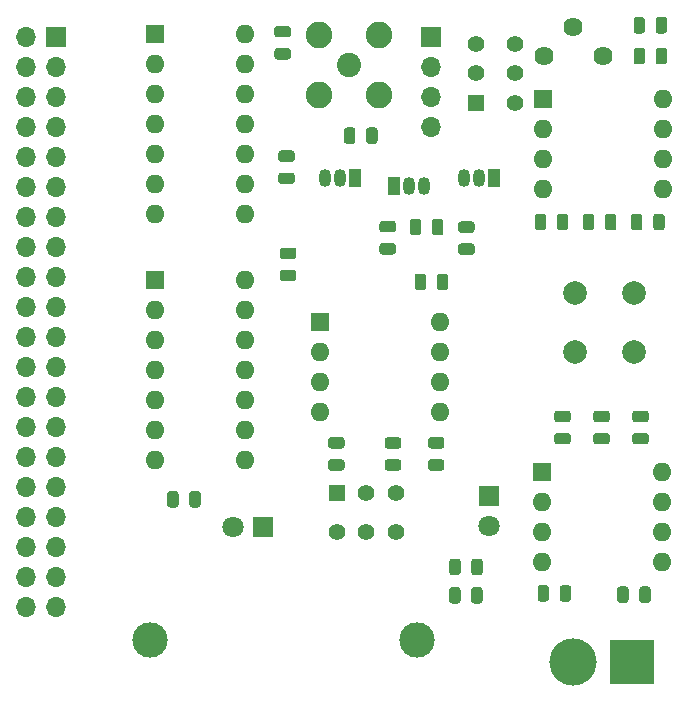
<source format=gbr>
%TF.GenerationSoftware,KiCad,Pcbnew,(5.99.0-2101-geb1ff80d5)*%
%TF.CreationDate,2020-11-29T13:35:49+01:00*%
%TF.ProjectId,CLK_stdln,434c4b5f-7374-4646-9c6e-2e6b69636164,rev?*%
%TF.SameCoordinates,Original*%
%TF.FileFunction,Soldermask,Top*%
%TF.FilePolarity,Negative*%
%FSLAX46Y46*%
G04 Gerber Fmt 4.6, Leading zero omitted, Abs format (unit mm)*
G04 Created by KiCad (PCBNEW (5.99.0-2101-geb1ff80d5)) date 2020-11-29 13:35:49*
%MOMM*%
%LPD*%
G01*
G04 APERTURE LIST*
%ADD10O,1.600000X1.600000*%
%ADD11R,1.600000X1.600000*%
%ADD12C,1.400000*%
%ADD13R,1.400000X1.400000*%
%ADD14C,2.250000*%
%ADD15C,2.050000*%
%ADD16C,2.000000*%
%ADD17C,1.620000*%
%ADD18R,1.050000X1.500000*%
%ADD19O,1.050000X1.500000*%
%ADD20O,1.700000X1.700000*%
%ADD21R,1.700000X1.700000*%
%ADD22C,4.000000*%
%ADD23R,3.800000X3.800000*%
%ADD24C,3.000000*%
%ADD25C,1.800000*%
%ADD26R,1.800000X1.800000*%
G04 APERTURE END LIST*
%TO.C,R287*%
G36*
G01*
X187900000Y-139893750D02*
X187900000Y-140806250D01*
G75*
G02*
X187656250Y-141050000I-243750J0D01*
G01*
X187168750Y-141050000D01*
G75*
G02*
X186925000Y-140806250I0J243750D01*
G01*
X186925000Y-139893750D01*
G75*
G02*
X187168750Y-139650000I243750J0D01*
G01*
X187656250Y-139650000D01*
G75*
G02*
X187900000Y-139893750I0J-243750D01*
G01*
G37*
G36*
G01*
X189775000Y-139893750D02*
X189775000Y-140806250D01*
G75*
G02*
X189531250Y-141050000I-243750J0D01*
G01*
X189043750Y-141050000D01*
G75*
G02*
X188800000Y-140806250I0J243750D01*
G01*
X188800000Y-139893750D01*
G75*
G02*
X189043750Y-139650000I243750J0D01*
G01*
X189531250Y-139650000D01*
G75*
G02*
X189775000Y-139893750I0J-243750D01*
G01*
G37*
%TD*%
%TO.C,R12*%
G36*
G01*
X188846250Y-112060000D02*
X187933750Y-112060000D01*
G75*
G02*
X187690000Y-111816250I0J243750D01*
G01*
X187690000Y-111328750D01*
G75*
G02*
X187933750Y-111085000I243750J0D01*
G01*
X188846250Y-111085000D01*
G75*
G02*
X189090000Y-111328750I0J-243750D01*
G01*
X189090000Y-111816250D01*
G75*
G02*
X188846250Y-112060000I-243750J0D01*
G01*
G37*
G36*
G01*
X188846250Y-113935000D02*
X187933750Y-113935000D01*
G75*
G02*
X187690000Y-113691250I0J243750D01*
G01*
X187690000Y-113203750D01*
G75*
G02*
X187933750Y-112960000I243750J0D01*
G01*
X188846250Y-112960000D01*
G75*
G02*
X189090000Y-113203750I0J-243750D01*
G01*
X189090000Y-113691250D01*
G75*
G02*
X188846250Y-113935000I-243750J0D01*
G01*
G37*
%TD*%
%TO.C,R11*%
G36*
G01*
X185472000Y-112032250D02*
X185472000Y-111119750D01*
G75*
G02*
X185715750Y-110876000I243750J0D01*
G01*
X186203250Y-110876000D01*
G75*
G02*
X186447000Y-111119750I0J-243750D01*
G01*
X186447000Y-112032250D01*
G75*
G02*
X186203250Y-112276000I-243750J0D01*
G01*
X185715750Y-112276000D01*
G75*
G02*
X185472000Y-112032250I0J243750D01*
G01*
G37*
G36*
G01*
X183597000Y-112032250D02*
X183597000Y-111119750D01*
G75*
G02*
X183840750Y-110876000I243750J0D01*
G01*
X184328250Y-110876000D01*
G75*
G02*
X184572000Y-111119750I0J-243750D01*
G01*
X184572000Y-112032250D01*
G75*
G02*
X184328250Y-112276000I-243750J0D01*
G01*
X183840750Y-112276000D01*
G75*
G02*
X183597000Y-112032250I0J243750D01*
G01*
G37*
%TD*%
%TO.C,R10*%
G36*
G01*
X182182250Y-112026000D02*
X181269750Y-112026000D01*
G75*
G02*
X181026000Y-111782250I0J243750D01*
G01*
X181026000Y-111294750D01*
G75*
G02*
X181269750Y-111051000I243750J0D01*
G01*
X182182250Y-111051000D01*
G75*
G02*
X182426000Y-111294750I0J-243750D01*
G01*
X182426000Y-111782250D01*
G75*
G02*
X182182250Y-112026000I-243750J0D01*
G01*
G37*
G36*
G01*
X182182250Y-113901000D02*
X181269750Y-113901000D01*
G75*
G02*
X181026000Y-113657250I0J243750D01*
G01*
X181026000Y-113169750D01*
G75*
G02*
X181269750Y-112926000I243750J0D01*
G01*
X182182250Y-112926000D01*
G75*
G02*
X182426000Y-113169750I0J-243750D01*
G01*
X182426000Y-113657250D01*
G75*
G02*
X182182250Y-113901000I-243750J0D01*
G01*
G37*
%TD*%
%TO.C,R9*%
G36*
G01*
X178990000Y-103383750D02*
X178990000Y-104296250D01*
G75*
G02*
X178746250Y-104540000I-243750J0D01*
G01*
X178258750Y-104540000D01*
G75*
G02*
X178015000Y-104296250I0J243750D01*
G01*
X178015000Y-103383750D01*
G75*
G02*
X178258750Y-103140000I243750J0D01*
G01*
X178746250Y-103140000D01*
G75*
G02*
X178990000Y-103383750I0J-243750D01*
G01*
G37*
G36*
G01*
X180865000Y-103383750D02*
X180865000Y-104296250D01*
G75*
G02*
X180621250Y-104540000I-243750J0D01*
G01*
X180133750Y-104540000D01*
G75*
G02*
X179890000Y-104296250I0J243750D01*
G01*
X179890000Y-103383750D01*
G75*
G02*
X180133750Y-103140000I243750J0D01*
G01*
X180621250Y-103140000D01*
G75*
G02*
X180865000Y-103383750I0J-243750D01*
G01*
G37*
%TD*%
%TO.C,R8*%
G36*
G01*
X182628750Y-130330000D02*
X181716250Y-130330000D01*
G75*
G02*
X181472500Y-130086250I0J243750D01*
G01*
X181472500Y-129598750D01*
G75*
G02*
X181716250Y-129355000I243750J0D01*
G01*
X182628750Y-129355000D01*
G75*
G02*
X182872500Y-129598750I0J-243750D01*
G01*
X182872500Y-130086250D01*
G75*
G02*
X182628750Y-130330000I-243750J0D01*
G01*
G37*
G36*
G01*
X182628750Y-132205000D02*
X181716250Y-132205000D01*
G75*
G02*
X181472500Y-131961250I0J243750D01*
G01*
X181472500Y-131473750D01*
G75*
G02*
X181716250Y-131230000I243750J0D01*
G01*
X182628750Y-131230000D01*
G75*
G02*
X182872500Y-131473750I0J-243750D01*
G01*
X182872500Y-131961250D01*
G75*
G02*
X182628750Y-132205000I-243750J0D01*
G01*
G37*
%TD*%
%TO.C,R7*%
G36*
G01*
X173616250Y-106056000D02*
X172703750Y-106056000D01*
G75*
G02*
X172460000Y-105812250I0J243750D01*
G01*
X172460000Y-105324750D01*
G75*
G02*
X172703750Y-105081000I243750J0D01*
G01*
X173616250Y-105081000D01*
G75*
G02*
X173860000Y-105324750I0J-243750D01*
G01*
X173860000Y-105812250D01*
G75*
G02*
X173616250Y-106056000I-243750J0D01*
G01*
G37*
G36*
G01*
X173616250Y-107931000D02*
X172703750Y-107931000D01*
G75*
G02*
X172460000Y-107687250I0J243750D01*
G01*
X172460000Y-107199750D01*
G75*
G02*
X172703750Y-106956000I243750J0D01*
G01*
X173616250Y-106956000D01*
G75*
G02*
X173860000Y-107199750I0J-243750D01*
G01*
X173860000Y-107687250D01*
G75*
G02*
X173616250Y-107931000I-243750J0D01*
G01*
G37*
%TD*%
%TO.C,R6*%
G36*
G01*
X177838750Y-130330000D02*
X176926250Y-130330000D01*
G75*
G02*
X176682500Y-130086250I0J243750D01*
G01*
X176682500Y-129598750D01*
G75*
G02*
X176926250Y-129355000I243750J0D01*
G01*
X177838750Y-129355000D01*
G75*
G02*
X178082500Y-129598750I0J-243750D01*
G01*
X178082500Y-130086250D01*
G75*
G02*
X177838750Y-130330000I-243750J0D01*
G01*
G37*
G36*
G01*
X177838750Y-132205000D02*
X176926250Y-132205000D01*
G75*
G02*
X176682500Y-131961250I0J243750D01*
G01*
X176682500Y-131473750D01*
G75*
G02*
X176926250Y-131230000I243750J0D01*
G01*
X177838750Y-131230000D01*
G75*
G02*
X178082500Y-131473750I0J-243750D01*
G01*
X178082500Y-131961250D01*
G75*
G02*
X177838750Y-132205000I-243750J0D01*
G01*
G37*
%TD*%
%TO.C,R5*%
G36*
G01*
X164920000Y-135076250D02*
X164920000Y-134163750D01*
G75*
G02*
X165163750Y-133920000I243750J0D01*
G01*
X165651250Y-133920000D01*
G75*
G02*
X165895000Y-134163750I0J-243750D01*
G01*
X165895000Y-135076250D01*
G75*
G02*
X165651250Y-135320000I-243750J0D01*
G01*
X165163750Y-135320000D01*
G75*
G02*
X164920000Y-135076250I0J243750D01*
G01*
G37*
G36*
G01*
X163045000Y-135076250D02*
X163045000Y-134163750D01*
G75*
G02*
X163288750Y-133920000I243750J0D01*
G01*
X163776250Y-133920000D01*
G75*
G02*
X164020000Y-134163750I0J-243750D01*
G01*
X164020000Y-135076250D01*
G75*
G02*
X163776250Y-135320000I-243750J0D01*
G01*
X163288750Y-135320000D01*
G75*
G02*
X163045000Y-135076250I0J243750D01*
G01*
G37*
%TD*%
%TO.C,R4*%
G36*
G01*
X199365750Y-128999000D02*
X200278250Y-128999000D01*
G75*
G02*
X200522000Y-129242750I0J-243750D01*
G01*
X200522000Y-129730250D01*
G75*
G02*
X200278250Y-129974000I-243750J0D01*
G01*
X199365750Y-129974000D01*
G75*
G02*
X199122000Y-129730250I0J243750D01*
G01*
X199122000Y-129242750D01*
G75*
G02*
X199365750Y-128999000I243750J0D01*
G01*
G37*
G36*
G01*
X199365750Y-127124000D02*
X200278250Y-127124000D01*
G75*
G02*
X200522000Y-127367750I0J-243750D01*
G01*
X200522000Y-127855250D01*
G75*
G02*
X200278250Y-128099000I-243750J0D01*
G01*
X199365750Y-128099000D01*
G75*
G02*
X199122000Y-127855250I0J243750D01*
G01*
X199122000Y-127367750D01*
G75*
G02*
X199365750Y-127124000I243750J0D01*
G01*
G37*
%TD*%
%TO.C,R3*%
G36*
G01*
X196065750Y-128999000D02*
X196978250Y-128999000D01*
G75*
G02*
X197222000Y-129242750I0J-243750D01*
G01*
X197222000Y-129730250D01*
G75*
G02*
X196978250Y-129974000I-243750J0D01*
G01*
X196065750Y-129974000D01*
G75*
G02*
X195822000Y-129730250I0J243750D01*
G01*
X195822000Y-129242750D01*
G75*
G02*
X196065750Y-128999000I243750J0D01*
G01*
G37*
G36*
G01*
X196065750Y-127124000D02*
X196978250Y-127124000D01*
G75*
G02*
X197222000Y-127367750I0J-243750D01*
G01*
X197222000Y-127855250D01*
G75*
G02*
X196978250Y-128099000I-243750J0D01*
G01*
X196065750Y-128099000D01*
G75*
G02*
X195822000Y-127855250I0J243750D01*
G01*
X195822000Y-127367750D01*
G75*
G02*
X196065750Y-127124000I243750J0D01*
G01*
G37*
%TD*%
%TO.C,R2*%
G36*
G01*
X200117500Y-111606250D02*
X200117500Y-110693750D01*
G75*
G02*
X200361250Y-110450000I243750J0D01*
G01*
X200848750Y-110450000D01*
G75*
G02*
X201092500Y-110693750I0J-243750D01*
G01*
X201092500Y-111606250D01*
G75*
G02*
X200848750Y-111850000I-243750J0D01*
G01*
X200361250Y-111850000D01*
G75*
G02*
X200117500Y-111606250I0J243750D01*
G01*
G37*
G36*
G01*
X198242500Y-111606250D02*
X198242500Y-110693750D01*
G75*
G02*
X198486250Y-110450000I243750J0D01*
G01*
X198973750Y-110450000D01*
G75*
G02*
X199217500Y-110693750I0J-243750D01*
G01*
X199217500Y-111606250D01*
G75*
G02*
X198973750Y-111850000I-243750J0D01*
G01*
X198486250Y-111850000D01*
G75*
G02*
X198242500Y-111606250I0J243750D01*
G01*
G37*
%TD*%
%TO.C,R1*%
G36*
G01*
X204412000Y-94944250D02*
X204412000Y-94031750D01*
G75*
G02*
X204655750Y-93788000I243750J0D01*
G01*
X205143250Y-93788000D01*
G75*
G02*
X205387000Y-94031750I0J-243750D01*
G01*
X205387000Y-94944250D01*
G75*
G02*
X205143250Y-95188000I-243750J0D01*
G01*
X204655750Y-95188000D01*
G75*
G02*
X204412000Y-94944250I0J243750D01*
G01*
G37*
G36*
G01*
X202537000Y-94944250D02*
X202537000Y-94031750D01*
G75*
G02*
X202780750Y-93788000I243750J0D01*
G01*
X203268250Y-93788000D01*
G75*
G02*
X203512000Y-94031750I0J-243750D01*
G01*
X203512000Y-94944250D01*
G75*
G02*
X203268250Y-95188000I-243750J0D01*
G01*
X202780750Y-95188000D01*
G75*
G02*
X202537000Y-94944250I0J243750D01*
G01*
G37*
%TD*%
%TO.C,C17*%
G36*
G01*
X188790000Y-143206250D02*
X188790000Y-142293750D01*
G75*
G02*
X189033750Y-142050000I243750J0D01*
G01*
X189521250Y-142050000D01*
G75*
G02*
X189765000Y-142293750I0J-243750D01*
G01*
X189765000Y-143206250D01*
G75*
G02*
X189521250Y-143450000I-243750J0D01*
G01*
X189033750Y-143450000D01*
G75*
G02*
X188790000Y-143206250I0J243750D01*
G01*
G37*
G36*
G01*
X186915000Y-143206250D02*
X186915000Y-142293750D01*
G75*
G02*
X187158750Y-142050000I243750J0D01*
G01*
X187646250Y-142050000D01*
G75*
G02*
X187890000Y-142293750I0J-243750D01*
G01*
X187890000Y-143206250D01*
G75*
G02*
X187646250Y-143450000I-243750J0D01*
G01*
X187158750Y-143450000D01*
G75*
G02*
X186915000Y-143206250I0J243750D01*
G01*
G37*
%TD*%
%TO.C,C10*%
G36*
G01*
X184972500Y-115763750D02*
X184972500Y-116676250D01*
G75*
G02*
X184728750Y-116920000I-243750J0D01*
G01*
X184241250Y-116920000D01*
G75*
G02*
X183997500Y-116676250I0J243750D01*
G01*
X183997500Y-115763750D01*
G75*
G02*
X184241250Y-115520000I243750J0D01*
G01*
X184728750Y-115520000D01*
G75*
G02*
X184972500Y-115763750I0J-243750D01*
G01*
G37*
G36*
G01*
X186847500Y-115763750D02*
X186847500Y-116676250D01*
G75*
G02*
X186603750Y-116920000I-243750J0D01*
G01*
X186116250Y-116920000D01*
G75*
G02*
X185872500Y-116676250I0J243750D01*
G01*
X185872500Y-115763750D01*
G75*
G02*
X186116250Y-115520000I243750J0D01*
G01*
X186603750Y-115520000D01*
G75*
G02*
X186847500Y-115763750I0J-243750D01*
G01*
G37*
%TD*%
%TO.C,C9*%
G36*
G01*
X185376250Y-131230000D02*
X186288750Y-131230000D01*
G75*
G02*
X186532500Y-131473750I0J-243750D01*
G01*
X186532500Y-131961250D01*
G75*
G02*
X186288750Y-132205000I-243750J0D01*
G01*
X185376250Y-132205000D01*
G75*
G02*
X185132500Y-131961250I0J243750D01*
G01*
X185132500Y-131473750D01*
G75*
G02*
X185376250Y-131230000I243750J0D01*
G01*
G37*
G36*
G01*
X185376250Y-129355000D02*
X186288750Y-129355000D01*
G75*
G02*
X186532500Y-129598750I0J-243750D01*
G01*
X186532500Y-130086250D01*
G75*
G02*
X186288750Y-130330000I-243750J0D01*
G01*
X185376250Y-130330000D01*
G75*
G02*
X185132500Y-130086250I0J243750D01*
G01*
X185132500Y-129598750D01*
G75*
G02*
X185376250Y-129355000I243750J0D01*
G01*
G37*
%TD*%
%TO.C,C8*%
G36*
G01*
X203295000Y-110693750D02*
X203295000Y-111606250D01*
G75*
G02*
X203051250Y-111850000I-243750J0D01*
G01*
X202563750Y-111850000D01*
G75*
G02*
X202320000Y-111606250I0J243750D01*
G01*
X202320000Y-110693750D01*
G75*
G02*
X202563750Y-110450000I243750J0D01*
G01*
X203051250Y-110450000D01*
G75*
G02*
X203295000Y-110693750I0J-243750D01*
G01*
G37*
G36*
G01*
X205170000Y-110693750D02*
X205170000Y-111606250D01*
G75*
G02*
X204926250Y-111850000I-243750J0D01*
G01*
X204438750Y-111850000D01*
G75*
G02*
X204195000Y-111606250I0J243750D01*
G01*
X204195000Y-110693750D01*
G75*
G02*
X204438750Y-110450000I243750J0D01*
G01*
X204926250Y-110450000D01*
G75*
G02*
X205170000Y-110693750I0J-243750D01*
G01*
G37*
%TD*%
%TO.C,C7*%
G36*
G01*
X203578250Y-128099000D02*
X202665750Y-128099000D01*
G75*
G02*
X202422000Y-127855250I0J243750D01*
G01*
X202422000Y-127367750D01*
G75*
G02*
X202665750Y-127124000I243750J0D01*
G01*
X203578250Y-127124000D01*
G75*
G02*
X203822000Y-127367750I0J-243750D01*
G01*
X203822000Y-127855250D01*
G75*
G02*
X203578250Y-128099000I-243750J0D01*
G01*
G37*
G36*
G01*
X203578250Y-129974000D02*
X202665750Y-129974000D01*
G75*
G02*
X202422000Y-129730250I0J243750D01*
G01*
X202422000Y-129242750D01*
G75*
G02*
X202665750Y-128999000I243750J0D01*
G01*
X203578250Y-128999000D01*
G75*
G02*
X203822000Y-129242750I0J-243750D01*
G01*
X203822000Y-129730250D01*
G75*
G02*
X203578250Y-129974000I-243750J0D01*
G01*
G37*
%TD*%
%TO.C,C6*%
G36*
G01*
X204412000Y-97554250D02*
X204412000Y-96641750D01*
G75*
G02*
X204655750Y-96398000I243750J0D01*
G01*
X205143250Y-96398000D01*
G75*
G02*
X205387000Y-96641750I0J-243750D01*
G01*
X205387000Y-97554250D01*
G75*
G02*
X205143250Y-97798000I-243750J0D01*
G01*
X204655750Y-97798000D01*
G75*
G02*
X204412000Y-97554250I0J243750D01*
G01*
G37*
G36*
G01*
X202537000Y-97554250D02*
X202537000Y-96641750D01*
G75*
G02*
X202780750Y-96398000I243750J0D01*
G01*
X203268250Y-96398000D01*
G75*
G02*
X203512000Y-96641750I0J-243750D01*
G01*
X203512000Y-97554250D01*
G75*
G02*
X203268250Y-97798000I-243750J0D01*
G01*
X202780750Y-97798000D01*
G75*
G02*
X202537000Y-97554250I0J243750D01*
G01*
G37*
%TD*%
%TO.C,C5*%
G36*
G01*
X173286250Y-95520000D02*
X172373750Y-95520000D01*
G75*
G02*
X172130000Y-95276250I0J243750D01*
G01*
X172130000Y-94788750D01*
G75*
G02*
X172373750Y-94545000I243750J0D01*
G01*
X173286250Y-94545000D01*
G75*
G02*
X173530000Y-94788750I0J-243750D01*
G01*
X173530000Y-95276250D01*
G75*
G02*
X173286250Y-95520000I-243750J0D01*
G01*
G37*
G36*
G01*
X173286250Y-97395000D02*
X172373750Y-97395000D01*
G75*
G02*
X172130000Y-97151250I0J243750D01*
G01*
X172130000Y-96663750D01*
G75*
G02*
X172373750Y-96420000I243750J0D01*
G01*
X173286250Y-96420000D01*
G75*
G02*
X173530000Y-96663750I0J-243750D01*
G01*
X173530000Y-97151250D01*
G75*
G02*
X173286250Y-97395000I-243750J0D01*
G01*
G37*
%TD*%
%TO.C,C4*%
G36*
G01*
X172843750Y-115190000D02*
X173756250Y-115190000D01*
G75*
G02*
X174000000Y-115433750I0J-243750D01*
G01*
X174000000Y-115921250D01*
G75*
G02*
X173756250Y-116165000I-243750J0D01*
G01*
X172843750Y-116165000D01*
G75*
G02*
X172600000Y-115921250I0J243750D01*
G01*
X172600000Y-115433750D01*
G75*
G02*
X172843750Y-115190000I243750J0D01*
G01*
G37*
G36*
G01*
X172843750Y-113315000D02*
X173756250Y-113315000D01*
G75*
G02*
X174000000Y-113558750I0J-243750D01*
G01*
X174000000Y-114046250D01*
G75*
G02*
X173756250Y-114290000I-243750J0D01*
G01*
X172843750Y-114290000D01*
G75*
G02*
X172600000Y-114046250I0J243750D01*
G01*
X172600000Y-113558750D01*
G75*
G02*
X172843750Y-113315000I243750J0D01*
G01*
G37*
%TD*%
%TO.C,C3*%
G36*
G01*
X202117000Y-142247750D02*
X202117000Y-143160250D01*
G75*
G02*
X201873250Y-143404000I-243750J0D01*
G01*
X201385750Y-143404000D01*
G75*
G02*
X201142000Y-143160250I0J243750D01*
G01*
X201142000Y-142247750D01*
G75*
G02*
X201385750Y-142004000I243750J0D01*
G01*
X201873250Y-142004000D01*
G75*
G02*
X202117000Y-142247750I0J-243750D01*
G01*
G37*
G36*
G01*
X203992000Y-142247750D02*
X203992000Y-143160250D01*
G75*
G02*
X203748250Y-143404000I-243750J0D01*
G01*
X203260750Y-143404000D01*
G75*
G02*
X203017000Y-143160250I0J243750D01*
G01*
X203017000Y-142247750D01*
G75*
G02*
X203260750Y-142004000I243750J0D01*
G01*
X203748250Y-142004000D01*
G75*
G02*
X203992000Y-142247750I0J-243750D01*
G01*
G37*
%TD*%
%TO.C,C2*%
G36*
G01*
X196287000Y-143040250D02*
X196287000Y-142127750D01*
G75*
G02*
X196530750Y-141884000I243750J0D01*
G01*
X197018250Y-141884000D01*
G75*
G02*
X197262000Y-142127750I0J-243750D01*
G01*
X197262000Y-143040250D01*
G75*
G02*
X197018250Y-143284000I-243750J0D01*
G01*
X196530750Y-143284000D01*
G75*
G02*
X196287000Y-143040250I0J243750D01*
G01*
G37*
G36*
G01*
X194412000Y-143040250D02*
X194412000Y-142127750D01*
G75*
G02*
X194655750Y-141884000I243750J0D01*
G01*
X195143250Y-141884000D01*
G75*
G02*
X195387000Y-142127750I0J-243750D01*
G01*
X195387000Y-143040250D01*
G75*
G02*
X195143250Y-143284000I-243750J0D01*
G01*
X194655750Y-143284000D01*
G75*
G02*
X194412000Y-143040250I0J243750D01*
G01*
G37*
%TD*%
%TO.C,C1*%
G36*
G01*
X195140000Y-110693750D02*
X195140000Y-111606250D01*
G75*
G02*
X194896250Y-111850000I-243750J0D01*
G01*
X194408750Y-111850000D01*
G75*
G02*
X194165000Y-111606250I0J243750D01*
G01*
X194165000Y-110693750D01*
G75*
G02*
X194408750Y-110450000I243750J0D01*
G01*
X194896250Y-110450000D01*
G75*
G02*
X195140000Y-110693750I0J-243750D01*
G01*
G37*
G36*
G01*
X197015000Y-110693750D02*
X197015000Y-111606250D01*
G75*
G02*
X196771250Y-111850000I-243750J0D01*
G01*
X196283750Y-111850000D01*
G75*
G02*
X196040000Y-111606250I0J243750D01*
G01*
X196040000Y-110693750D01*
G75*
G02*
X196283750Y-110450000I243750J0D01*
G01*
X196771250Y-110450000D01*
G75*
G02*
X197015000Y-110693750I0J-243750D01*
G01*
G37*
%TD*%
D10*
%TO.C,U3*%
X205060000Y-100700000D03*
X194900000Y-108320000D03*
X205060000Y-103240000D03*
X194900000Y-105780000D03*
X205060000Y-105780000D03*
X194900000Y-103240000D03*
X205060000Y-108320000D03*
D11*
X194900000Y-100700000D03*
%TD*%
D12*
%TO.C,SW2*%
X182412500Y-137430000D03*
X179912500Y-137430000D03*
X177412500Y-137430000D03*
X182412500Y-134130000D03*
X179912500Y-134130000D03*
D13*
X177412500Y-134130000D03*
%TD*%
D14*
%TO.C,J2*%
X175884000Y-100368000D03*
X175884000Y-95288000D03*
X180964000Y-95288000D03*
X180964000Y-100368000D03*
D15*
X178424000Y-97828000D03*
%TD*%
D10*
%TO.C,U1*%
X169640000Y-116090000D03*
X162020000Y-131330000D03*
X169640000Y-118630000D03*
X162020000Y-128790000D03*
X169640000Y-121170000D03*
X162020000Y-126250000D03*
X169640000Y-123710000D03*
X162020000Y-123710000D03*
X169640000Y-126250000D03*
X162020000Y-121170000D03*
X169640000Y-128790000D03*
X162020000Y-118630000D03*
X169640000Y-131330000D03*
D11*
X162020000Y-116090000D03*
%TD*%
D10*
%TO.C,U2*%
X169640000Y-95258000D03*
X162020000Y-110498000D03*
X169640000Y-97798000D03*
X162020000Y-107958000D03*
X169640000Y-100338000D03*
X162020000Y-105418000D03*
X169640000Y-102878000D03*
X162020000Y-102878000D03*
X169640000Y-105418000D03*
X162020000Y-100338000D03*
X169640000Y-107958000D03*
X162020000Y-97798000D03*
X169640000Y-110498000D03*
D11*
X162020000Y-95258000D03*
%TD*%
D10*
%TO.C,U4*%
X204952000Y-132324000D03*
X194792000Y-139944000D03*
X204952000Y-134864000D03*
X194792000Y-137404000D03*
X204952000Y-137404000D03*
X194792000Y-134864000D03*
X204952000Y-139944000D03*
D11*
X194792000Y-132324000D03*
%TD*%
D10*
%TO.C,U5*%
X186142500Y-119630000D03*
X175982500Y-127250000D03*
X186142500Y-122170000D03*
X175982500Y-124710000D03*
X186142500Y-124710000D03*
X175982500Y-122170000D03*
X186142500Y-127250000D03*
D11*
X175982500Y-119630000D03*
%TD*%
D12*
%TO.C,SW3*%
X192510000Y-96060000D03*
X192510000Y-98560000D03*
X192510000Y-101060000D03*
X189210000Y-96060000D03*
X189210000Y-98560000D03*
D13*
X189210000Y-101060000D03*
%TD*%
D16*
%TO.C,SW1*%
X202612000Y-117174000D03*
X197612000Y-117174000D03*
X197612000Y-122174000D03*
X202612000Y-122174000D03*
%TD*%
D17*
%TO.C,RV1*%
X194950000Y-97130000D03*
X197450000Y-94630000D03*
X199950000Y-97130000D03*
%TD*%
D18*
%TO.C,Q3*%
X190762000Y-107402000D03*
D19*
X188222000Y-107402000D03*
X189492000Y-107402000D03*
%TD*%
D18*
%TO.C,Q2*%
X182234000Y-108116000D03*
D19*
X184774000Y-108116000D03*
X183504000Y-108116000D03*
%TD*%
D18*
%TO.C,Q1*%
X178932000Y-107396000D03*
D19*
X176392000Y-107396000D03*
X177662000Y-107396000D03*
%TD*%
D20*
%TO.C,J4*%
X151140000Y-143700000D03*
X153680000Y-143700000D03*
X151140000Y-141160000D03*
X153680000Y-141160000D03*
X151140000Y-138620000D03*
X153680000Y-138620000D03*
X151140000Y-136080000D03*
X153680000Y-136080000D03*
X151140000Y-133540000D03*
X153680000Y-133540000D03*
X151140000Y-131000000D03*
X153680000Y-131000000D03*
X151140000Y-128460000D03*
X153680000Y-128460000D03*
X151140000Y-125920000D03*
X153680000Y-125920000D03*
X151140000Y-123380000D03*
X153680000Y-123380000D03*
X151140000Y-120840000D03*
X153680000Y-120840000D03*
X151140000Y-118300000D03*
X153680000Y-118300000D03*
X151140000Y-115760000D03*
X153680000Y-115760000D03*
X151140000Y-113220000D03*
X153680000Y-113220000D03*
X151140000Y-110680000D03*
X153680000Y-110680000D03*
X151140000Y-108140000D03*
X153680000Y-108140000D03*
X151140000Y-105600000D03*
X153680000Y-105600000D03*
X151140000Y-103060000D03*
X153680000Y-103060000D03*
X151140000Y-100520000D03*
X153680000Y-100520000D03*
X151140000Y-97980000D03*
X153680000Y-97980000D03*
X151140000Y-95440000D03*
D21*
X153680000Y-95440000D03*
%TD*%
D22*
%TO.C,J3*%
X197400000Y-148370000D03*
D23*
X202400000Y-148370000D03*
%TD*%
D20*
%TO.C,J1*%
X185402000Y-103078000D03*
X185402000Y-100538000D03*
X185402000Y-97998000D03*
D21*
X185402000Y-95458000D03*
%TD*%
D24*
%TO.C,F1*%
X184240000Y-146550000D03*
X161640000Y-146550000D03*
%TD*%
D25*
%TO.C,D274*%
X190280000Y-136890000D03*
D26*
X190280000Y-134350000D03*
%TD*%
D25*
%TO.C,D1*%
X168610000Y-136940000D03*
D26*
X171150000Y-136940000D03*
%TD*%
M02*

</source>
